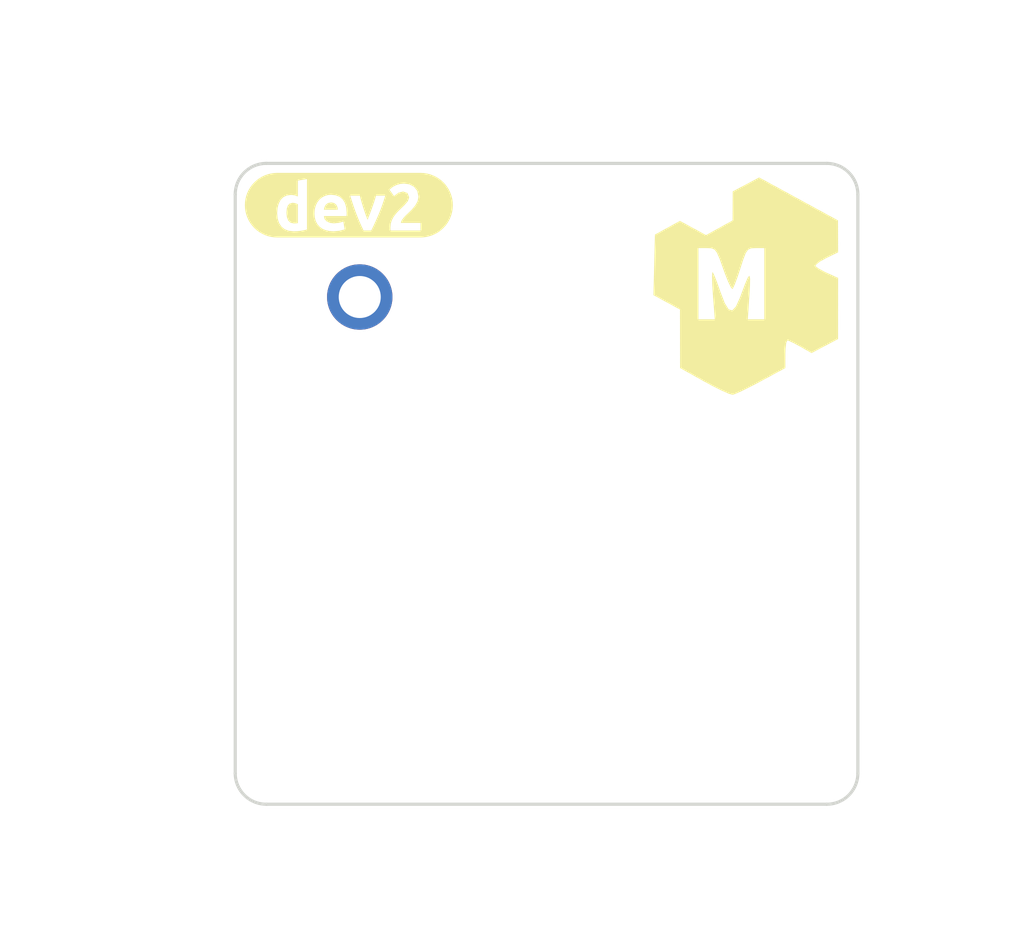
<source format=kicad_pcb>
(kicad_pcb (version 20211014) (generator pcbnew)
  (layers (0 "F.Cu" signal) (31 "B.Cu" signal) (34 "B.Paste" user) (35 "F.Paste" user) (36 "B.SilkS" user "B.Silkscreen") (37 "F.SilkS" user "F.Silkscreen") (38 "B.Mask" user) (39 "F.Mask" user) (44 "Edge.Cuts" user))
  (net 0 "")
  (footprint "-local:logo_kms_small_silkscreen" (layer "F.Cu") (at 178.479295 111.306401)
    (fp_text reference "G2" hide)
    (fp_text value "LOGO_KMS" hide)
    (fp_poly (pts (xy 2.116877 -2.764724) (xy 3.383025 -2.074333) (xy 3.384846 -1.562038) (xy 3.386667 -1.049742) (xy 3.001301 -0.862517) (xy 2.790526 -0.744233) (xy 2.670184 -0.645099) (xy 2.658544 -0.606349) (xy 2.756204 -0.53197) (xy 2.951559 -0.426272) (xy 3.04391 -0.382844) (xy 3.386667 -0.228282) (xy 3.385955 0.753692) (xy 3.385242 1.735667) (xy 2.958732 1.961382) (xy 2.532222 2.187098) (xy 2.176278 1.983569) (xy 1.955571 1.864108) (xy 1.796662 1.790367) (xy 1.756834 1.77902) (xy 1.721214 1.854803) (xy 1.697798 2.050556) (xy 1.692499 2.2225) (xy 1.691665 2.667) (xy 0.909333 3.090334) (xy 0.572241 3.267716) (xy 0.281728 3.411355) (xy 0.075183 3.503285) (xy 0 3.527314) (xy -0.123164 3.493503) (xy -0.355769 3.391419) (xy -0.661039 3.238198) (xy -0.908502 3.10398) (xy -1.690003 2.667) (xy -1.69278 1.100667) (xy -1.100666 1.100667) (xy -0.57469 1.100667) (xy -0.635467 0.3175) (xy -0.656467 -0.015334) (xy -0.662989 -0.266572) (xy -0.654674 -0.4023) (xy -0.643244 -0.415066) (xy -0.591922 -0.31503) (xy -0.506157 -0.098671) (xy -0.403589 0.189211) (xy -0.393179 0.219934) (xy -0.253409 0.583479) (xy -0.129647 0.781514) (xy -0.013063 0.816032) (xy 0.105175 0.689025) (xy 0.233899 0.402484) (xy 0.247907 0.364532) (xy 0.389806 -0.016194) (xy 0.484588 -0.237516) (xy 0.539083 -0.300543) (xy 0.56012 -0.206382) (xy 0.554529 0.043861) (xy 0.53802 0.3175) (xy 0.486159 1.100667) (xy 1.016 1.100667) (xy 1.016 -1.185333) (xy 0.734573 -1.185333) (xy 0.592127 -1.178256) (xy 0.494874 -1.134867) (xy 0.417781 -1.021929) (xy 0.335814 -0.806205) (xy 0.25236 -0.545104) (xy 0.151022 -0.23986) (xy 0.062012 -0.003481) (xy 0.001326 0.122357) (xy -0.007325 0.131527) (xy -0.059519 0.074492) (xy -0.148137 -0.109023) (xy -0.257282 -0.38445) (xy -0.301766 -0.508702) (xy -0.419082 -0.837342) (xy -0.50633 -1.037477) (xy -0.587853 -1.140954) (xy -0.687997 -1.179621) (xy -0.818987 -1.185333) (xy -1.100666 -1.185333) (xy -1.100666 1.100667) (xy -1.69278 1.100667) (xy -1.693333 0.788912) (xy -2.119295 0.557074) (xy -2.545257 0.325237) (xy -2.521462 -0.64663) (xy -2.497666 -1.618497) (xy -1.694762 -2.059689) (xy -0.856296 -1.603339) (xy -0.00244 -2.074333) (xy -0.000508 -2.54) (xy 0.001425 -3.005666) (xy 0.426076 -3.230391) (xy 0.850728 -3.455115)) (layer "F.SilkS") (width 0) (fill solid))
  )
  (footprint "kibuzzard-64E4955A" (layer "F.Cu") (at 166.15 108.7425)
    (fp_text reference "kibuzzard-64E4955A" hide)
    (fp_text value "G***" hide)
    (fp_poly (pts (xy -2.005013 0.246459) (xy -1.991023 0.382786) (xy -1.949053 0.491728) (xy -1.876127 0.563166) (xy -1.769269 0.586978) (xy -1.702594 0.584597) (xy -1.6383 0.577453) (xy -1.6383 -0.032147) (xy -1.7145 -0.064294) (xy -1.804988 -0.077391) (xy -1.895475 -0.056555) (xy -1.957388 0.005953) (xy -1.993106 0.107752) (xy -2.005013 0.246459)) (layer "F.SilkS") (width 0) (fill solid))
    (fp_poly (pts (xy -2.302669 -1.037828) (xy -2.302867 -1.037828) (xy -2.404592 -1.032831) (xy -2.505337 -1.017887) (xy -2.604133 -0.99314) (xy -2.700027 -0.958828) (xy -2.792096 -0.915283) (xy -2.879454 -0.862923) (xy -2.961258 -0.802252) (xy -3.036722 -0.733855) (xy -3.105119 -0.658391) (xy -3.16579 -0.576586) (xy -3.21815 -0.489229) (xy -3.261695 -0.39716) (xy -3.296007 -0.301266) (xy -3.320754 -0.20247) (xy -3.335698 -0.101725) (xy -3.340695 0) (xy -3.335698 0.101725) (xy -3.320754 0.20247) (xy -3.296007 0.301266) (xy -3.261695 0.39716) (xy -3.21815 0.489229) (xy -3.16579 0.576586) (xy -3.105119 0.658391) (xy -3.036722 0.733855) (xy -2.961258 0.802252) (xy -2.879454 0.862923) (xy -2.792096 0.915283) (xy -2.700027 0.958828) (xy -2.604133 0.99314) (xy -2.505337 1.017887) (xy -2.404592 1.032831) (xy -2.302867 1.037828) (xy -2.302669 1.037828) (xy -1.77165 1.037828) (xy -1.77165 0.839391) (xy -1.93212 0.822193) (xy -2.064279 0.770599) (xy -2.168128 0.684609) (xy -2.242873 0.568722) (xy -2.28772 0.427434) (xy -2.302669 0.260747) (xy -2.290101 0.091017) (xy -2.252398 -0.053049) (xy -2.189559 -0.17145) (xy -2.102115 -0.259424) (xy -1.990593 -0.312208) (xy -1.854994 -0.329803) (xy -1.738313 -0.316706) (xy -1.6383 -0.279797) (xy -1.6383 -0.789384) (xy -1.345406 -0.839391) (xy -1.345406 0.779859) (xy -1.435298 0.803672) (xy -1.54305 0.822722) (xy -1.658541 0.835223) (xy -1.77165 0.839391) (xy -1.77165 1.037828) (xy -0.490538 1.037828) (xy -0.490538 0.839391) (xy -0.625971 0.830163) (xy -0.746522 0.802481) (xy -0.851297 0.756642) (xy -0.939403 0.692944) (xy -1.009948 0.611684) (xy -1.062038 0.513159) (xy -1.094184 0.397073) (xy -1.1049 0.263128) (xy -1.093589 0.12442) (xy -1.059656 0.003572) (xy -1.007269 -0.09912) (xy -0.940594 -0.183356) (xy -0.861417 -0.249138) (xy -0.771525 -0.296466) (xy -0.675084 -0.325041) (xy -0.576263 -0.334566) (xy -0.424392 -0.318294) (xy -0.298979 -0.269478) (xy -0.200025 -0.188119) (xy -0.128588 -0.075539) (xy -0.085725 0.06694) (xy -0.071438 0.239316) (xy -0.072628 0.298847) (xy -0.0762 0.348853) (xy -0.802481 0.348853) (xy -0.779859 0.446782) (xy -0.711994 0.521494) (xy -0.608409 0.568821) (xy -0.478631 0.584597) (xy -0.310753 0.565547) (xy -0.176213 0.527447) (xy -0.135731 0.777478) (xy -0.297656 0.821531) (xy -0.490538 0.839391) (xy -0.490538 1.037828) (xy 0.473869 1.037828) (xy 0.473869 0.813197) (xy 0.402034 0.66384) (xy 0.329406 0.498343) (xy 0.255984 0.316706) (xy 0.20129 0.171078) (xy 0.147935 0.018752) (xy 0.09592 -0.140271) (xy 0.045244 -0.305991) (xy 0.352425 -0.305991) (xy 0.37594 -0.212527) (xy 0.403622 -0.113109) (xy 0.43428 -0.010418) (xy 0.466725 0.092869) (xy 0.50036 0.194965) (xy 0.534591 0.294084) (xy 0.600075 0.472678) (xy 0.669131 0.294084) (xy 0.706934 0.194965) (xy 0.744141 0.092869) (xy 0.780455 -0.010418) (xy 0.815578 -0.113109) (xy 0.846832 -0.212527) (xy 0.871537 -0.305991) (xy 1.169194 -0.305991) (xy 1.117848 -0.140271) (xy 1.063823 0.018752) (xy 1.00712 0.171078) (xy 0.947737 0.316706) (xy 0.868362 0.498343) (xy 0.792162 0.66384) (xy 0.719137 0.813197) (xy 0.473869 0.813197) (xy 0.473869 1.037828) (xy 2.302669 1.037828) (xy 2.302669 0.813197) (xy 1.340644 0.813197) (xy 1.334691 0.753666) (xy 1.335881 0.703659) (xy 1.346895 0.589359) (xy 1.379934 0.484584) (xy 1.429941 0.388441) (xy 1.491853 0.300037) (xy 1.5621 0.21848) (xy 1.637109 0.142875) (xy 1.712119 0.071735) (xy 1.782366 0.003572) (xy 1.894284 -0.125016) (xy 1.938337 -0.251222) (xy 1.883569 -0.390525) (xy 1.745456 -0.439341) (xy 1.6002 -0.406003) (xy 1.450181 -0.294084) (xy 1.304925 -0.498872) (xy 1.407616 -0.585788) (xy 1.525191 -0.646509) (xy 1.649909 -0.682228) (xy 1.774031 -0.694134) (xy 1.947862 -0.667941) (xy 2.0955 -0.589359) (xy 2.197894 -0.4572) (xy 2.235994 -0.272653) (xy 2.207419 -0.126206) (xy 2.131219 0.010716) (xy 2.024062 0.139303) (xy 1.902619 0.258366) (xy 1.831181 0.326231) (xy 1.754981 0.407194) (xy 1.694259 0.491728) (xy 1.669256 0.570309) (xy 2.302669 0.570309) (xy 2.302669 0.813197) (xy 2.302669 1.037828) (xy 2.302867 1.037828) (xy 2.404592 1.032831) (xy 2.505337 1.017887) (xy 2.604133 0.99314) (xy 2.700027 0.958828) (xy 2.792096 0.915283) (xy 2.879454 0.862923) (xy 2.961258 0.802252) (xy 3.036722 0.733855) (xy 3.105119 0.658391) (xy 3.16579 0.576586) (xy 3.21815 0.489229) (xy 3.261695 0.39716) (xy 3.296007 0.301266) (xy 3.320754 0.20247) (xy 3.335698 0.101725) (xy 3.340695 0) (xy 3.335698 -0.101725) (xy 3.320754 -0.20247) (xy 3.296007 -0.301266) (xy 3.261695 -0.39716) (xy 3.21815 -0.489229) (xy 3.16579 -0.576586) (xy 3.105119 -0.658391) (xy 3.036722 -0.733855) (xy 2.961258 -0.802252) (xy 2.879454 -0.862923) (xy 2.792096 -0.915283) (xy 2.700027 -0.958828) (xy 2.604133 -0.99314) (xy 2.505337 -1.017887) (xy 2.404592 -1.032831) (xy 2.302867 -1.037828) (xy 2.302669 -1.037828) (xy -2.302669 -1.037828)) (layer "F.SilkS") (width 0) (fill solid))
    (fp_poly (pts (xy -0.354806 0.146447) (xy -0.366713 0.059531) (xy -0.404813 -0.015478) (xy -0.471488 -0.069056) (xy -0.5715 -0.089297) (xy -0.670322 -0.070247) (xy -0.739378 -0.017859) (xy -0.782241 0.058341) (xy -0.802481 0.146447) (xy -0.354806 0.146447)) (layer "F.SilkS") (width 0) (fill solid))
  )
  (footprint "-local:MountingHole_1.35mm_M1.2_Pad" (layer "F.Cu") (at 166.5 111.6925)
    (fp_text reference "H1" hide)
    (fp_text value "MountingHole_Pad" hide)
    (pad "1" thru_hole circle (at 0 0) (size 2.1 2.1) (drill 1.35) (layers *.Cu *.Mask))
  )
  (gr_arc (start 162.5 108.4) (mid 162.792893 107.692893) (end 163.5 107.4) (layer "Edge.Cuts") (width 0.1))
  (gr_line (start 163.5 127.985393) (end 181.5 127.985393) (layer "Edge.Cuts") (width 0.1))
  (gr_line (start 182.5 126.9925) (end 182.5 108.4) (layer "Edge.Cuts") (width 0.1))
  (gr_line (start 162.5 108.4) (end 162.5 126.9925) (layer "Edge.Cuts") (width 0.1))
  (gr_arc (start 163.5 127.985393) (mid 162.794366 127.696053) (end 162.5 126.9925) (layer "Edge.Cuts") (width 0.1))
  (gr_arc (start 181.5 107.4) (mid 182.207107 107.692893) (end 182.5 108.4) (layer "Edge.Cuts") (width 0.1))
  (gr_arc (start 182.5 126.9925) (mid 182.205635 127.696053) (end 181.5 127.985393) (layer "Edge.Cuts") (width 0.1))
  (gr_line (start 181.5 107.4) (end 163.5 107.4) (layer "Edge.Cuts") (width 0.1))
)
</source>
